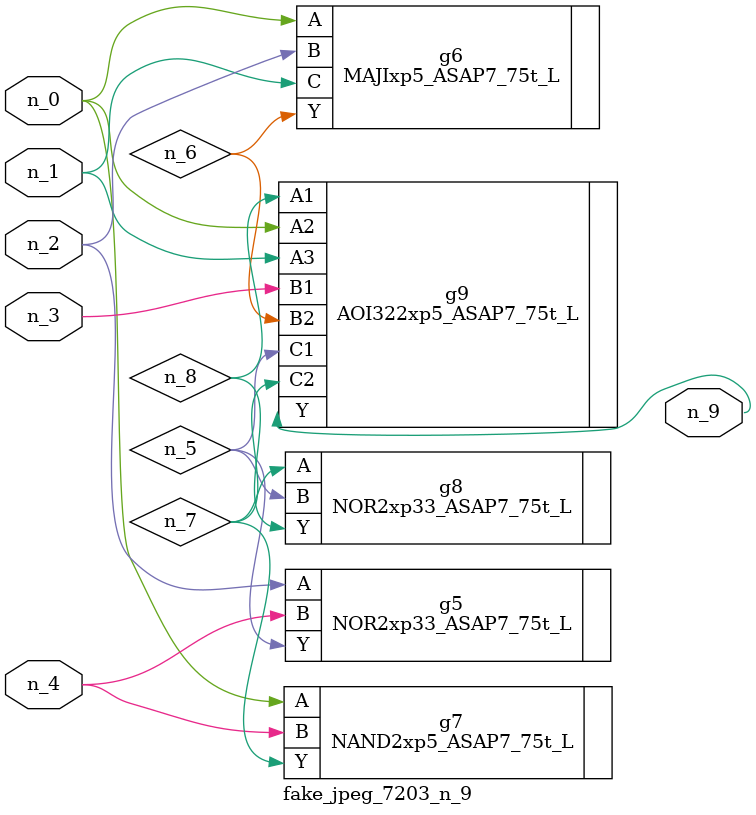
<source format=v>
module fake_jpeg_7203_n_9 (n_3, n_2, n_1, n_0, n_4, n_9);

input n_3;
input n_2;
input n_1;
input n_0;
input n_4;

output n_9;

wire n_8;
wire n_6;
wire n_5;
wire n_7;

NOR2xp33_ASAP7_75t_L g5 ( 
.A(n_2),
.B(n_4),
.Y(n_5)
);

MAJIxp5_ASAP7_75t_L g6 ( 
.A(n_0),
.B(n_2),
.C(n_1),
.Y(n_6)
);

NAND2xp5_ASAP7_75t_L g7 ( 
.A(n_0),
.B(n_4),
.Y(n_7)
);

NOR2xp33_ASAP7_75t_L g8 ( 
.A(n_7),
.B(n_5),
.Y(n_8)
);

AOI322xp5_ASAP7_75t_L g9 ( 
.A1(n_8),
.A2(n_0),
.A3(n_1),
.B1(n_3),
.B2(n_6),
.C1(n_5),
.C2(n_7),
.Y(n_9)
);


endmodule
</source>
